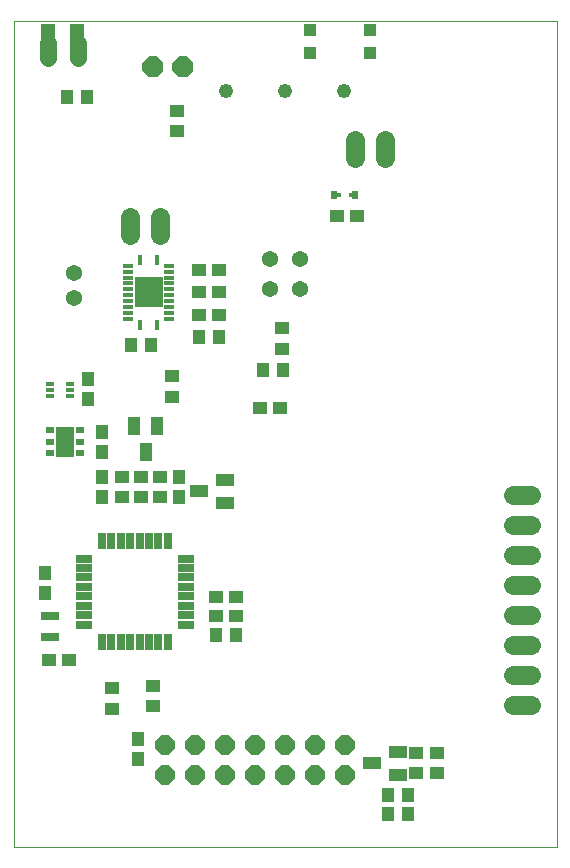
<source format=gts>
G75*
%MOIN*%
%OFA0B0*%
%FSLAX25Y25*%
%IPPOS*%
%LPD*%
%AMOC8*
5,1,8,0,0,1.08239X$1,22.5*
%
%ADD10C,0.00000*%
%ADD11R,0.04337X0.04731*%
%ADD12R,0.04731X0.04337*%
%ADD13R,0.04337X0.05912*%
%ADD14R,0.05912X0.04337*%
%ADD15OC8,0.07000*%
%ADD16R,0.01778X0.01778*%
%ADD17R,0.01476X0.01378*%
%ADD18R,0.01969X0.03150*%
%ADD19R,0.01378X0.01378*%
%ADD20R,0.03156X0.01521*%
%ADD21R,0.02762X0.01975*%
%ADD22R,0.06306X0.09849*%
%ADD23C,0.05400*%
%ADD24R,0.05400X0.02600*%
%ADD25R,0.02600X0.05400*%
%ADD26OC8,0.06400*%
%ADD27C,0.06400*%
%ADD28R,0.05912X0.03156*%
%ADD29R,0.04337X0.04337*%
%ADD30C,0.05600*%
%ADD31C,0.04800*%
%ADD32R,0.03569X0.01600*%
%ADD33R,0.01600X0.03569*%
%ADD34R,0.09298X0.10006*%
%ADD35R,0.05124X0.12211*%
D10*
X0002194Y0001500D02*
X0002194Y0277091D01*
X0183296Y0277091D01*
X0183296Y0001500D01*
X0002194Y0001500D01*
D11*
X0043794Y0030954D03*
X0043794Y0037646D03*
X0069769Y0072174D03*
X0076462Y0072174D03*
X0057394Y0118154D03*
X0057394Y0124846D03*
X0031794Y0124846D03*
X0031794Y0118154D03*
X0031794Y0133354D03*
X0031794Y0140046D03*
X0026994Y0150954D03*
X0026994Y0157646D03*
X0041347Y0169000D03*
X0048040Y0169000D03*
X0063847Y0171500D03*
X0070540Y0171500D03*
X0085247Y0160700D03*
X0091940Y0160700D03*
X0026540Y0251450D03*
X0019847Y0251450D03*
X0012554Y0092884D03*
X0012554Y0086191D03*
X0126847Y0019100D03*
X0126847Y0012700D03*
X0133540Y0012700D03*
X0133540Y0019100D03*
D12*
X0136244Y0026154D03*
X0136244Y0032846D03*
X0143444Y0032846D03*
X0143444Y0026154D03*
X0076462Y0078574D03*
X0076462Y0084974D03*
X0069769Y0084974D03*
X0069769Y0078574D03*
X0048594Y0055246D03*
X0048594Y0048554D03*
X0034994Y0047754D03*
X0034994Y0054446D03*
X0020740Y0063900D03*
X0014047Y0063900D03*
X0038194Y0118154D03*
X0038194Y0124846D03*
X0044594Y0124846D03*
X0044594Y0118154D03*
X0050994Y0118154D03*
X0050994Y0124846D03*
X0054994Y0151754D03*
X0054994Y0158446D03*
X0063847Y0179000D03*
X0063847Y0186500D03*
X0063847Y0194000D03*
X0070540Y0194000D03*
X0070540Y0186500D03*
X0070540Y0179000D03*
X0091794Y0174446D03*
X0091794Y0167754D03*
X0091140Y0147900D03*
X0084447Y0147900D03*
X0110047Y0211900D03*
X0116740Y0211900D03*
X0056594Y0240154D03*
X0056594Y0246846D03*
D13*
X0049934Y0141831D03*
X0046194Y0133169D03*
X0042454Y0141831D03*
D14*
X0063985Y0120174D03*
X0072647Y0116434D03*
X0072647Y0123914D03*
X0130175Y0033240D03*
X0130175Y0025760D03*
X0121513Y0029500D03*
D15*
X0058644Y0261475D03*
X0048644Y0261475D03*
D16*
X0110625Y0219100D03*
X0114562Y0219100D03*
D17*
X0114612Y0219100D03*
D18*
X0116039Y0219100D03*
X0109149Y0219100D03*
D19*
X0110625Y0219100D03*
D20*
X0020899Y0155900D03*
X0020899Y0153931D03*
X0020899Y0151963D03*
X0014403Y0151963D03*
X0014403Y0153931D03*
X0014403Y0155900D03*
D21*
X0014181Y0140700D03*
X0014181Y0136763D03*
X0014181Y0132826D03*
X0024417Y0132826D03*
X0024417Y0136763D03*
X0024417Y0140700D03*
D22*
X0019299Y0136763D03*
D23*
X0022411Y0184473D03*
X0022492Y0192830D03*
X0087682Y0197500D03*
X0087682Y0187500D03*
X0097682Y0187500D03*
X0097682Y0197500D03*
D24*
X0059502Y0097756D03*
X0059502Y0094606D03*
X0059502Y0091457D03*
X0059502Y0088307D03*
X0059502Y0085157D03*
X0059502Y0082008D03*
X0059502Y0078858D03*
X0059502Y0075709D03*
X0025702Y0075709D03*
X0025702Y0078858D03*
X0025702Y0082008D03*
X0025702Y0085157D03*
X0025702Y0088307D03*
X0025702Y0091457D03*
X0025702Y0094606D03*
X0025702Y0097756D03*
D25*
X0031578Y0103632D03*
X0034728Y0103632D03*
X0037877Y0103632D03*
X0041027Y0103632D03*
X0044177Y0103632D03*
X0047326Y0103632D03*
X0050476Y0103632D03*
X0053625Y0103632D03*
X0053625Y0069832D03*
X0050476Y0069832D03*
X0047326Y0069832D03*
X0044177Y0069832D03*
X0041027Y0069832D03*
X0037877Y0069832D03*
X0034728Y0069832D03*
X0031578Y0069832D03*
D26*
X0052594Y0035500D03*
X0052594Y0025500D03*
X0062594Y0025500D03*
X0062594Y0035500D03*
X0072594Y0035500D03*
X0072594Y0025500D03*
X0082594Y0025500D03*
X0082594Y0035500D03*
X0092594Y0035500D03*
X0092594Y0025500D03*
X0102594Y0025500D03*
X0102594Y0035500D03*
X0112594Y0035500D03*
X0112594Y0025500D03*
D27*
X0168505Y0049000D02*
X0174505Y0049000D01*
X0174505Y0059000D02*
X0168505Y0059000D01*
X0168505Y0069000D02*
X0174505Y0069000D01*
X0174505Y0079000D02*
X0168505Y0079000D01*
X0168505Y0089000D02*
X0174505Y0089000D01*
X0174505Y0099000D02*
X0168505Y0099000D01*
X0168505Y0109000D02*
X0174505Y0109000D01*
X0174505Y0119000D02*
X0168505Y0119000D01*
X0125873Y0231300D02*
X0125873Y0237300D01*
X0115873Y0237300D02*
X0115873Y0231300D01*
X0051115Y0211700D02*
X0051115Y0205700D01*
X0041115Y0205700D02*
X0041115Y0211700D01*
D28*
X0014194Y0078446D03*
X0014194Y0071754D03*
D29*
X0101151Y0266216D03*
X0101151Y0274091D03*
X0120836Y0274091D03*
X0120836Y0266216D03*
D30*
X0023522Y0264500D02*
X0023522Y0269700D01*
X0013522Y0269700D02*
X0013522Y0264500D01*
D31*
X0072909Y0253550D03*
X0092594Y0253550D03*
X0112279Y0253550D03*
D32*
X0053995Y0195358D03*
X0053995Y0193390D03*
X0053995Y0191421D03*
X0053995Y0189453D03*
X0053995Y0187484D03*
X0053995Y0185516D03*
X0053995Y0183547D03*
X0053995Y0181579D03*
X0053995Y0179610D03*
X0053995Y0177642D03*
X0040393Y0177642D03*
X0040393Y0179610D03*
X0040393Y0181579D03*
X0040393Y0183547D03*
X0040393Y0185516D03*
X0040393Y0187484D03*
X0040393Y0189453D03*
X0040393Y0191421D03*
X0040393Y0193390D03*
X0040393Y0195358D03*
D33*
X0044241Y0197238D03*
X0050147Y0197238D03*
X0050147Y0175762D03*
X0044241Y0175762D03*
D34*
X0047194Y0186500D03*
D35*
X0023443Y0269988D03*
X0013601Y0269988D03*
M02*

</source>
